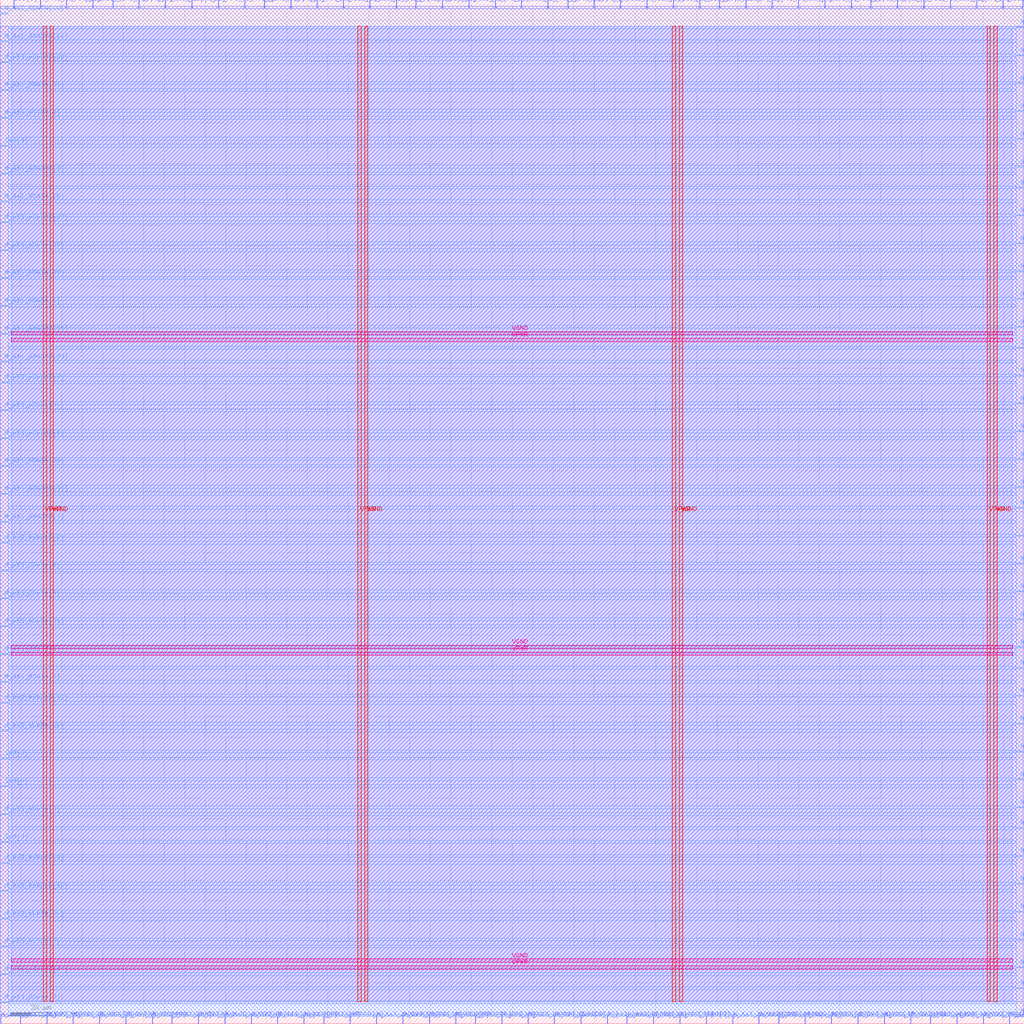
<source format=lef>
VERSION 5.7 ;
  NOWIREEXTENSIONATPIN ON ;
  DIVIDERCHAR "/" ;
  BUSBITCHARS "[]" ;
MACRO riscv_pipeline_top
  CLASS BLOCK ;
  FOREIGN riscv_pipeline_top ;
  ORIGIN 0.000 0.000 ;
  SIZE 500.000 BY 500.000 ;
  PIN M_AXI_ARADDR[0]
    DIRECTION OUTPUT TRISTATE ;
    USE SIGNAL ;
    PORT
      LAYER met2 ;
        RECT 180.410 496.000 180.690 500.000 ;
    END
  END M_AXI_ARADDR[0]
  PIN M_AXI_ARADDR[10]
    DIRECTION OUTPUT TRISTATE ;
    USE SIGNAL ;
    PORT
      LAYER met2 ;
        RECT 215.830 496.000 216.110 500.000 ;
    END
  END M_AXI_ARADDR[10]
  PIN M_AXI_ARADDR[11]
    DIRECTION OUTPUT TRISTATE ;
    USE SIGNAL ;
    PORT
      LAYER met2 ;
        RECT 122.450 0.000 122.730 4.000 ;
    END
  END M_AXI_ARADDR[11]
  PIN M_AXI_ARADDR[12]
    DIRECTION OUTPUT TRISTATE ;
    USE SIGNAL ;
    PORT
      LAYER met3 ;
        RECT 496.000 353.640 500.000 354.240 ;
    END
  END M_AXI_ARADDR[12]
  PIN M_AXI_ARADDR[13]
    DIRECTION OUTPUT TRISTATE ;
    USE SIGNAL ;
    PORT
      LAYER met2 ;
        RECT 444.450 0.000 444.730 4.000 ;
    END
  END M_AXI_ARADDR[13]
  PIN M_AXI_ARADDR[14]
    DIRECTION OUTPUT TRISTATE ;
    USE SIGNAL ;
    PORT
      LAYER met3 ;
        RECT 496.000 445.440 500.000 446.040 ;
    END
  END M_AXI_ARADDR[14]
  PIN M_AXI_ARADDR[15]
    DIRECTION OUTPUT TRISTATE ;
    USE SIGNAL ;
    PORT
      LAYER met2 ;
        RECT 380.050 0.000 380.330 4.000 ;
    END
  END M_AXI_ARADDR[15]
  PIN M_AXI_ARADDR[16]
    DIRECTION OUTPUT TRISTATE ;
    USE SIGNAL ;
    PORT
      LAYER met2 ;
        RECT 67.710 496.000 67.990 500.000 ;
    END
  END M_AXI_ARADDR[16]
  PIN M_AXI_ARADDR[17]
    DIRECTION OUTPUT TRISTATE ;
    USE SIGNAL ;
    PORT
      LAYER met2 ;
        RECT 302.770 496.000 303.050 500.000 ;
    END
  END M_AXI_ARADDR[17]
  PIN M_AXI_ARADDR[18]
    DIRECTION OUTPUT TRISTATE ;
    USE SIGNAL ;
    PORT
      LAYER met3 ;
        RECT 496.000 173.440 500.000 174.040 ;
    END
  END M_AXI_ARADDR[18]
  PIN M_AXI_ARADDR[19]
    DIRECTION OUTPUT TRISTATE ;
    USE SIGNAL ;
    PORT
      LAYER met3 ;
        RECT 496.000 418.240 500.000 418.840 ;
    END
  END M_AXI_ARADDR[19]
  PIN M_AXI_ARADDR[1]
    DIRECTION OUTPUT TRISTATE ;
    USE SIGNAL ;
    PORT
      LAYER met3 ;
        RECT 496.000 210.840 500.000 211.440 ;
    END
  END M_AXI_ARADDR[1]
  PIN M_AXI_ARADDR[20]
    DIRECTION OUTPUT TRISTATE ;
    USE SIGNAL ;
    PORT
      LAYER met3 ;
        RECT 496.000 261.840 500.000 262.440 ;
    END
  END M_AXI_ARADDR[20]
  PIN M_AXI_ARADDR[21]
    DIRECTION OUTPUT TRISTATE ;
    USE SIGNAL ;
    PORT
      LAYER met3 ;
        RECT 0.000 479.440 4.000 480.040 ;
    END
  END M_AXI_ARADDR[21]
  PIN M_AXI_ARADDR[22]
    DIRECTION OUTPUT TRISTATE ;
    USE SIGNAL ;
    PORT
      LAYER met3 ;
        RECT 496.000 340.040 500.000 340.640 ;
    END
  END M_AXI_ARADDR[22]
  PIN M_AXI_ARADDR[23]
    DIRECTION OUTPUT TRISTATE ;
    USE SIGNAL ;
    PORT
      LAYER met2 ;
        RECT 315.650 496.000 315.930 500.000 ;
    END
  END M_AXI_ARADDR[23]
  PIN M_AXI_ARADDR[24]
    DIRECTION OUTPUT TRISTATE ;
    USE SIGNAL ;
    PORT
      LAYER met2 ;
        RECT 328.530 496.000 328.810 500.000 ;
    END
  END M_AXI_ARADDR[24]
  PIN M_AXI_ARADDR[25]
    DIRECTION OUTPUT TRISTATE ;
    USE SIGNAL ;
    PORT
      LAYER met2 ;
        RECT 193.290 496.000 193.570 500.000 ;
    END
  END M_AXI_ARADDR[25]
  PIN M_AXI_ARADDR[26]
    DIRECTION OUTPUT TRISTATE ;
    USE SIGNAL ;
    PORT
      LAYER met2 ;
        RECT 370.390 0.000 370.670 4.000 ;
    END
  END M_AXI_ARADDR[26]
  PIN M_AXI_ARADDR[27]
    DIRECTION OUTPUT TRISTATE ;
    USE SIGNAL ;
    PORT
      LAYER met3 ;
        RECT 0.000 391.040 4.000 391.640 ;
    END
  END M_AXI_ARADDR[27]
  PIN M_AXI_ARADDR[28]
    DIRECTION OUTPUT TRISTATE ;
    USE SIGNAL ;
    PORT
      LAYER met3 ;
        RECT 0.000 469.240 4.000 469.840 ;
    END
  END M_AXI_ARADDR[28]
  PIN M_AXI_ARADDR[29]
    DIRECTION OUTPUT TRISTATE ;
    USE SIGNAL ;
    PORT
      LAYER met3 ;
        RECT 0.000 323.040 4.000 323.640 ;
    END
  END M_AXI_ARADDR[29]
  PIN M_AXI_ARADDR[2]
    DIRECTION OUTPUT TRISTATE ;
    USE SIGNAL ;
    PORT
      LAYER met3 ;
        RECT 0.000 414.840 4.000 415.440 ;
    END
  END M_AXI_ARADDR[2]
  PIN M_AXI_ARADDR[30]
    DIRECTION OUTPUT TRISTATE ;
    USE SIGNAL ;
    PORT
      LAYER met3 ;
        RECT 0.000 23.840 4.000 24.440 ;
    END
  END M_AXI_ARADDR[30]
  PIN M_AXI_ARADDR[31]
    DIRECTION OUTPUT TRISTATE ;
    USE SIGNAL ;
    PORT
      LAYER met3 ;
        RECT 0.000 258.440 4.000 259.040 ;
    END
  END M_AXI_ARADDR[31]
  PIN M_AXI_ARADDR[3]
    DIRECTION OUTPUT TRISTATE ;
    USE SIGNAL ;
    PORT
      LAYER met2 ;
        RECT 35.510 0.000 35.790 4.000 ;
    END
  END M_AXI_ARADDR[3]
  PIN M_AXI_ARADDR[4]
    DIRECTION OUTPUT TRISTATE ;
    USE SIGNAL ;
    PORT
      LAYER met3 ;
        RECT 0.000 285.640 4.000 286.240 ;
    END
  END M_AXI_ARADDR[4]
  PIN M_AXI_ARADDR[5]
    DIRECTION OUTPUT TRISTATE ;
    USE SIGNAL ;
    PORT
      LAYER met3 ;
        RECT 496.000 132.640 500.000 133.240 ;
    END
  END M_AXI_ARADDR[5]
  PIN M_AXI_ARADDR[6]
    DIRECTION OUTPUT TRISTATE ;
    USE SIGNAL ;
    PORT
      LAYER met2 ;
        RECT 209.390 0.000 209.670 4.000 ;
    END
  END M_AXI_ARADDR[6]
  PIN M_AXI_ARADDR[7]
    DIRECTION OUTPUT TRISTATE ;
    USE SIGNAL ;
    PORT
      LAYER met3 ;
        RECT 496.000 183.640 500.000 184.240 ;
    END
  END M_AXI_ARADDR[7]
  PIN M_AXI_ARADDR[8]
    DIRECTION OUTPUT TRISTATE ;
    USE SIGNAL ;
    PORT
      LAYER met3 ;
        RECT 496.000 105.440 500.000 106.040 ;
    END
  END M_AXI_ARADDR[8]
  PIN M_AXI_ARADDR[9]
    DIRECTION OUTPUT TRISTATE ;
    USE SIGNAL ;
    PORT
      LAYER met3 ;
        RECT 0.000 312.840 4.000 313.440 ;
    END
  END M_AXI_ARADDR[9]
  PIN M_AXI_ARREADY
    DIRECTION INPUT ;
    USE SIGNAL ;
    ANTENNAGATEAREA 0.159000 ;
    PORT
      LAYER met2 ;
        RECT 489.530 496.000 489.810 500.000 ;
    END
  END M_AXI_ARREADY
  PIN M_AXI_ARVALID
    DIRECTION OUTPUT TRISTATE ;
    USE SIGNAL ;
    PORT
      LAYER met3 ;
        RECT 0.000 299.240 4.000 299.840 ;
    END
  END M_AXI_ARVALID
  PIN M_AXI_AWADDR[0]
    DIRECTION OUTPUT TRISTATE ;
    USE SIGNAL ;
    PORT
      LAYER met3 ;
        RECT 496.000 367.240 500.000 367.840 ;
    END
  END M_AXI_AWADDR[0]
  PIN M_AXI_AWADDR[10]
    DIRECTION OUTPUT TRISTATE ;
    USE SIGNAL ;
    PORT
      LAYER met3 ;
        RECT 496.000 472.640 500.000 473.240 ;
    END
  END M_AXI_AWADDR[10]
  PIN M_AXI_AWADDR[11]
    DIRECTION OUTPUT TRISTATE ;
    USE SIGNAL ;
    PORT
      LAYER met3 ;
        RECT 496.000 302.640 500.000 303.240 ;
    END
  END M_AXI_AWADDR[11]
  PIN M_AXI_AWADDR[12]
    DIRECTION OUTPUT TRISTATE ;
    USE SIGNAL ;
    PORT
      LAYER met3 ;
        RECT 0.000 156.440 4.000 157.040 ;
    END
  END M_AXI_AWADDR[12]
  PIN M_AXI_AWADDR[13]
    DIRECTION OUTPUT TRISTATE ;
    USE SIGNAL ;
    PORT
      LAYER met2 ;
        RECT 392.930 0.000 393.210 4.000 ;
    END
  END M_AXI_AWADDR[13]
  PIN M_AXI_AWADDR[14]
    DIRECTION OUTPUT TRISTATE ;
    USE SIGNAL ;
    PORT
      LAYER met3 ;
        RECT 496.000 431.840 500.000 432.440 ;
    END
  END M_AXI_AWADDR[14]
  PIN M_AXI_AWADDR[15]
    DIRECTION OUTPUT TRISTATE ;
    USE SIGNAL ;
    PORT
      LAYER met2 ;
        RECT 479.870 0.000 480.150 4.000 ;
    END
  END M_AXI_AWADDR[15]
  PIN M_AXI_AWADDR[16]
    DIRECTION OUTPUT TRISTATE ;
    USE SIGNAL ;
    PORT
      LAYER met3 ;
        RECT 496.000 224.440 500.000 225.040 ;
    END
  END M_AXI_AWADDR[16]
  PIN M_AXI_AWADDR[17]
    DIRECTION OUTPUT TRISTATE ;
    USE SIGNAL ;
    PORT
      LAYER met2 ;
        RECT 270.570 0.000 270.850 4.000 ;
    END
  END M_AXI_AWADDR[17]
  PIN M_AXI_AWADDR[18]
    DIRECTION OUTPUT TRISTATE ;
    USE SIGNAL ;
    PORT
      LAYER met2 ;
        RECT 450.890 496.000 451.170 500.000 ;
    END
  END M_AXI_AWADDR[18]
  PIN M_AXI_AWADDR[19]
    DIRECTION OUTPUT TRISTATE ;
    USE SIGNAL ;
    PORT
      LAYER met3 ;
        RECT 0.000 64.640 4.000 65.240 ;
    END
  END M_AXI_AWADDR[19]
  PIN M_AXI_AWADDR[1]
    DIRECTION OUTPUT TRISTATE ;
    USE SIGNAL ;
    PORT
      LAYER met3 ;
        RECT 0.000 244.840 4.000 245.440 ;
    END
  END M_AXI_AWADDR[1]
  PIN M_AXI_AWADDR[20]
    DIRECTION OUTPUT TRISTATE ;
    USE SIGNAL ;
    PORT
      LAYER met2 ;
        RECT 183.630 0.000 183.910 4.000 ;
    END
  END M_AXI_AWADDR[20]
  PIN M_AXI_AWADDR[21]
    DIRECTION OUTPUT TRISTATE ;
    USE SIGNAL ;
    PORT
      LAYER met3 ;
        RECT 496.000 40.840 500.000 41.440 ;
    END
  END M_AXI_AWADDR[21]
  PIN M_AXI_AWADDR[22]
    DIRECTION OUTPUT TRISTATE ;
    USE SIGNAL ;
    PORT
      LAYER met2 ;
        RECT 499.190 496.000 499.470 500.000 ;
    END
  END M_AXI_AWADDR[22]
  PIN M_AXI_AWADDR[23]
    DIRECTION OUTPUT TRISTATE ;
    USE SIGNAL ;
    PORT
      LAYER met2 ;
        RECT 357.510 0.000 357.790 4.000 ;
    END
  END M_AXI_AWADDR[23]
  PIN M_AXI_AWADDR[24]
    DIRECTION OUTPUT TRISTATE ;
    USE SIGNAL ;
    PORT
      LAYER met2 ;
        RECT 241.590 496.000 241.870 500.000 ;
    END
  END M_AXI_AWADDR[24]
  PIN M_AXI_AWADDR[25]
    DIRECTION OUTPUT TRISTATE ;
    USE SIGNAL ;
    PORT
      LAYER met3 ;
        RECT 0.000 336.640 4.000 337.240 ;
    END
  END M_AXI_AWADDR[25]
  PIN M_AXI_AWADDR[26]
    DIRECTION OUTPUT TRISTATE ;
    USE SIGNAL ;
    PORT
      LAYER met2 ;
        RECT 351.070 496.000 351.350 500.000 ;
    END
  END M_AXI_AWADDR[26]
  PIN M_AXI_AWADDR[27]
    DIRECTION OUTPUT TRISTATE ;
    USE SIGNAL ;
    PORT
      LAYER met2 ;
        RECT 167.530 496.000 167.810 500.000 ;
    END
  END M_AXI_AWADDR[27]
  PIN M_AXI_AWADDR[28]
    DIRECTION OUTPUT TRISTATE ;
    USE SIGNAL ;
    PORT
      LAYER met2 ;
        RECT 296.330 0.000 296.610 4.000 ;
    END
  END M_AXI_AWADDR[28]
  PIN M_AXI_AWADDR[29]
    DIRECTION OUTPUT TRISTATE ;
    USE SIGNAL ;
    PORT
      LAYER met3 ;
        RECT 496.000 27.240 500.000 27.840 ;
    END
  END M_AXI_AWADDR[29]
  PIN M_AXI_AWADDR[2]
    DIRECTION OUTPUT TRISTATE ;
    USE SIGNAL ;
    PORT
      LAYER met3 ;
        RECT 496.000 95.240 500.000 95.840 ;
    END
  END M_AXI_AWADDR[2]
  PIN M_AXI_AWADDR[30]
    DIRECTION OUTPUT TRISTATE ;
    USE SIGNAL ;
    PORT
      LAYER met2 ;
        RECT 476.650 496.000 476.930 500.000 ;
    END
  END M_AXI_AWADDR[30]
  PIN M_AXI_AWADDR[31]
    DIRECTION OUTPUT TRISTATE ;
    USE SIGNAL ;
    PORT
      LAYER met2 ;
        RECT 154.650 496.000 154.930 500.000 ;
    END
  END M_AXI_AWADDR[31]
  PIN M_AXI_AWADDR[3]
    DIRECTION OUTPUT TRISTATE ;
    USE SIGNAL ;
    PORT
      LAYER met2 ;
        RECT 135.330 0.000 135.610 4.000 ;
    END
  END M_AXI_AWADDR[3]
  PIN M_AXI_AWADDR[4]
    DIRECTION OUTPUT TRISTATE ;
    USE SIGNAL ;
    PORT
      LAYER met3 ;
        RECT 0.000 78.240 4.000 78.840 ;
    END
  END M_AXI_AWADDR[4]
  PIN M_AXI_AWADDR[5]
    DIRECTION OUTPUT TRISTATE ;
    USE SIGNAL ;
    PORT
      LAYER met3 ;
        RECT 496.000 289.040 500.000 289.640 ;
    END
  END M_AXI_AWADDR[5]
  PIN M_AXI_AWADDR[6]
    DIRECTION OUTPUT TRISTATE ;
    USE SIGNAL ;
    PORT
      LAYER met2 ;
        RECT 157.870 0.000 158.150 4.000 ;
    END
  END M_AXI_AWADDR[6]
  PIN M_AXI_AWADDR[7]
    DIRECTION OUTPUT TRISTATE ;
    USE SIGNAL ;
    PORT
      LAYER met2 ;
        RECT 376.830 496.000 377.110 500.000 ;
    END
  END M_AXI_AWADDR[7]
  PIN M_AXI_AWADDR[8]
    DIRECTION OUTPUT TRISTATE ;
    USE SIGNAL ;
    PORT
      LAYER met3 ;
        RECT 496.000 380.840 500.000 381.440 ;
    END
  END M_AXI_AWADDR[8]
  PIN M_AXI_AWADDR[9]
    DIRECTION OUTPUT TRISTATE ;
    USE SIGNAL ;
    PORT
      LAYER met3 ;
        RECT 0.000 234.640 4.000 235.240 ;
    END
  END M_AXI_AWADDR[9]
  PIN M_AXI_AWREADY
    DIRECTION INPUT ;
    USE SIGNAL ;
    ANTENNAGATEAREA 0.213000 ;
    PORT
      LAYER met2 ;
        RECT 389.710 496.000 389.990 500.000 ;
    END
  END M_AXI_AWREADY
  PIN M_AXI_AWVALID
    DIRECTION OUTPUT TRISTATE ;
    USE SIGNAL ;
    PORT
      LAYER met3 ;
        RECT 496.000 54.440 500.000 55.040 ;
    END
  END M_AXI_AWVALID
  PIN M_AXI_BREADY
    DIRECTION OUTPUT TRISTATE ;
    USE SIGNAL ;
    ANTENNADIFFAREA 0.795200 ;
    PORT
      LAYER met2 ;
        RECT 32.290 496.000 32.570 500.000 ;
    END
  END M_AXI_BREADY
  PIN M_AXI_BRESP[0]
    DIRECTION INPUT ;
    USE SIGNAL ;
    PORT
      LAYER met2 ;
        RECT 222.270 0.000 222.550 4.000 ;
    END
  END M_AXI_BRESP[0]
  PIN M_AXI_BRESP[1]
    DIRECTION INPUT ;
    USE SIGNAL ;
    PORT
      LAYER met2 ;
        RECT 331.750 0.000 332.030 4.000 ;
    END
  END M_AXI_BRESP[1]
  PIN M_AXI_BVALID
    DIRECTION INPUT ;
    USE SIGNAL ;
    ANTENNAGATEAREA 0.159000 ;
    PORT
      LAYER met2 ;
        RECT 289.890 496.000 290.170 500.000 ;
    END
  END M_AXI_BVALID
  PIN M_AXI_RDATA[0]
    DIRECTION INPUT ;
    USE SIGNAL ;
    PORT
      LAYER met2 ;
        RECT 148.210 0.000 148.490 4.000 ;
    END
  END M_AXI_RDATA[0]
  PIN M_AXI_RDATA[10]
    DIRECTION INPUT ;
    USE SIGNAL ;
    PORT
      LAYER met3 ;
        RECT 0.000 493.040 4.000 493.640 ;
    END
  END M_AXI_RDATA[10]
  PIN M_AXI_RDATA[11]
    DIRECTION INPUT ;
    USE SIGNAL ;
    PORT
      LAYER met2 ;
        RECT 19.410 496.000 19.690 500.000 ;
    END
  END M_AXI_RDATA[11]
  PIN M_AXI_RDATA[12]
    DIRECTION INPUT ;
    USE SIGNAL ;
    PORT
      LAYER met2 ;
        RECT 454.110 0.000 454.390 4.000 ;
    END
  END M_AXI_RDATA[12]
  PIN M_AXI_RDATA[13]
    DIRECTION INPUT ;
    USE SIGNAL ;
    PORT
      LAYER met2 ;
        RECT 45.170 496.000 45.450 500.000 ;
    END
  END M_AXI_RDATA[13]
  PIN M_AXI_RDATA[14]
    DIRECTION INPUT ;
    USE SIGNAL ;
    PORT
      LAYER met2 ;
        RECT 141.770 496.000 142.050 500.000 ;
    END
  END M_AXI_RDATA[14]
  PIN M_AXI_RDATA[15]
    DIRECTION INPUT ;
    USE SIGNAL ;
    PORT
      LAYER met2 ;
        RECT 202.950 496.000 203.230 500.000 ;
    END
  END M_AXI_RDATA[15]
  PIN M_AXI_RDATA[16]
    DIRECTION INPUT ;
    USE SIGNAL ;
    PORT
      LAYER met2 ;
        RECT 431.570 0.000 431.850 4.000 ;
    END
  END M_AXI_RDATA[16]
  PIN M_AXI_RDATA[17]
    DIRECTION INPUT ;
    USE SIGNAL ;
    PORT
      LAYER met2 ;
        RECT 463.770 496.000 464.050 500.000 ;
    END
  END M_AXI_RDATA[17]
  PIN M_AXI_RDATA[18]
    DIRECTION INPUT ;
    USE SIGNAL ;
    PORT
      LAYER met3 ;
        RECT 496.000 197.240 500.000 197.840 ;
    END
  END M_AXI_RDATA[18]
  PIN M_AXI_RDATA[19]
    DIRECTION INPUT ;
    USE SIGNAL ;
    PORT
      LAYER met2 ;
        RECT 231.930 0.000 232.210 4.000 ;
    END
  END M_AXI_RDATA[19]
  PIN M_AXI_RDATA[1]
    DIRECTION INPUT ;
    USE SIGNAL ;
    PORT
      LAYER met3 ;
        RECT 0.000 166.640 4.000 167.240 ;
    END
  END M_AXI_RDATA[1]
  PIN M_AXI_RDATA[20]
    DIRECTION INPUT ;
    USE SIGNAL ;
    PORT
      LAYER met2 ;
        RECT 341.410 496.000 341.690 500.000 ;
    END
  END M_AXI_RDATA[20]
  PIN M_AXI_RDATA[21]
    DIRECTION INPUT ;
    USE SIGNAL ;
    PORT
      LAYER met2 ;
        RECT 318.870 0.000 319.150 4.000 ;
    END
  END M_AXI_RDATA[21]
  PIN M_AXI_RDATA[22]
    DIRECTION INPUT ;
    USE SIGNAL ;
    PORT
      LAYER met2 ;
        RECT 80.590 496.000 80.870 500.000 ;
    END
  END M_AXI_RDATA[22]
  PIN M_AXI_RDATA[23]
    DIRECTION INPUT ;
    USE SIGNAL ;
    PORT
      LAYER met3 ;
        RECT 496.000 394.440 500.000 395.040 ;
    END
  END M_AXI_RDATA[23]
  PIN M_AXI_RDATA[24]
    DIRECTION INPUT ;
    USE SIGNAL ;
    PORT
      LAYER met2 ;
        RECT 128.890 496.000 129.170 500.000 ;
    END
  END M_AXI_RDATA[24]
  PIN M_AXI_RDATA[25]
    DIRECTION INPUT ;
    USE SIGNAL ;
    PORT
      LAYER met2 ;
        RECT 415.470 496.000 415.750 500.000 ;
    END
  END M_AXI_RDATA[25]
  PIN M_AXI_RDATA[26]
    DIRECTION INPUT ;
    USE SIGNAL ;
    PORT
      LAYER met2 ;
        RECT 267.350 496.000 267.630 500.000 ;
    END
  END M_AXI_RDATA[26]
  PIN M_AXI_RDATA[27]
    DIRECTION INPUT ;
    USE SIGNAL ;
    PORT
      LAYER met2 ;
        RECT 402.590 496.000 402.870 500.000 ;
    END
  END M_AXI_RDATA[27]
  PIN M_AXI_RDATA[28]
    DIRECTION INPUT ;
    USE SIGNAL ;
    PORT
      LAYER met2 ;
        RECT 9.750 0.000 10.030 4.000 ;
    END
  END M_AXI_RDATA[28]
  PIN M_AXI_RDATA[29]
    DIRECTION INPUT ;
    USE SIGNAL ;
    PORT
      LAYER met2 ;
        RECT 74.150 0.000 74.430 4.000 ;
    END
  END M_AXI_RDATA[29]
  PIN M_AXI_RDATA[2]
    DIRECTION INPUT ;
    USE SIGNAL ;
    PORT
      LAYER met3 ;
        RECT 496.000 17.040 500.000 17.640 ;
    END
  END M_AXI_RDATA[2]
  PIN M_AXI_RDATA[30]
    DIRECTION INPUT ;
    USE SIGNAL ;
    PORT
      LAYER met2 ;
        RECT 54.830 496.000 55.110 500.000 ;
    END
  END M_AXI_RDATA[30]
  PIN M_AXI_RDATA[31]
    DIRECTION INPUT ;
    USE SIGNAL ;
    PORT
      LAYER met3 ;
        RECT 0.000 455.640 4.000 456.240 ;
    END
  END M_AXI_RDATA[31]
  PIN M_AXI_RDATA[3]
    DIRECTION INPUT ;
    USE SIGNAL ;
    PORT
      LAYER met3 ;
        RECT 0.000 10.240 4.000 10.840 ;
    END
  END M_AXI_RDATA[3]
  PIN M_AXI_RDATA[4]
    DIRECTION INPUT ;
    USE SIGNAL ;
    PORT
      LAYER met3 ;
        RECT 0.000 221.040 4.000 221.640 ;
    END
  END M_AXI_RDATA[4]
  PIN M_AXI_RDATA[5]
    DIRECTION INPUT ;
    USE SIGNAL ;
    PORT
      LAYER met2 ;
        RECT 48.390 0.000 48.670 4.000 ;
    END
  END M_AXI_RDATA[5]
  PIN M_AXI_RDATA[6]
    DIRECTION INPUT ;
    USE SIGNAL ;
    PORT
      LAYER met3 ;
        RECT 0.000 207.440 4.000 208.040 ;
    END
  END M_AXI_RDATA[6]
  PIN M_AXI_RDATA[7]
    DIRECTION INPUT ;
    USE SIGNAL ;
    PORT
      LAYER met3 ;
        RECT 496.000 251.640 500.000 252.240 ;
    END
  END M_AXI_RDATA[7]
  PIN M_AXI_RDATA[8]
    DIRECTION INPUT ;
    USE SIGNAL ;
    PORT
      LAYER met2 ;
        RECT 228.710 496.000 228.990 500.000 ;
    END
  END M_AXI_RDATA[8]
  PIN M_AXI_RDATA[9]
    DIRECTION INPUT ;
    USE SIGNAL ;
    PORT
      LAYER met3 ;
        RECT 496.000 159.840 500.000 160.440 ;
    END
  END M_AXI_RDATA[9]
  PIN M_AXI_RREADY
    DIRECTION OUTPUT TRISTATE ;
    USE SIGNAL ;
    ANTENNADIFFAREA 0.795200 ;
    PORT
      LAYER met2 ;
        RECT 492.750 0.000 493.030 4.000 ;
    END
  END M_AXI_RREADY
  PIN M_AXI_RRESP[0]
    DIRECTION INPUT ;
    USE SIGNAL ;
    PORT
      LAYER met2 ;
        RECT 257.690 0.000 257.970 4.000 ;
    END
  END M_AXI_RRESP[0]
  PIN M_AXI_RRESP[1]
    DIRECTION INPUT ;
    USE SIGNAL ;
    PORT
      LAYER met3 ;
        RECT 0.000 180.240 4.000 180.840 ;
    END
  END M_AXI_RRESP[1]
  PIN M_AXI_RVALID
    DIRECTION INPUT ;
    USE SIGNAL ;
    ANTENNAGATEAREA 0.213000 ;
    PORT
      LAYER met2 ;
        RECT 438.010 496.000 438.290 500.000 ;
    END
  END M_AXI_RVALID
  PIN M_AXI_WDATA[0]
    DIRECTION OUTPUT TRISTATE ;
    USE SIGNAL ;
    PORT
      LAYER met2 ;
        RECT 109.570 0.000 109.850 4.000 ;
    END
  END M_AXI_WDATA[0]
  PIN M_AXI_WDATA[10]
    DIRECTION OUTPUT TRISTATE ;
    USE SIGNAL ;
    PORT
      LAYER met3 ;
        RECT 496.000 119.040 500.000 119.640 ;
    END
  END M_AXI_WDATA[10]
  PIN M_AXI_WDATA[11]
    DIRECTION OUTPUT TRISTATE ;
    USE SIGNAL ;
    PORT
      LAYER met2 ;
        RECT 305.990 0.000 306.270 4.000 ;
    END
  END M_AXI_WDATA[11]
  PIN M_AXI_WDATA[12]
    DIRECTION OUTPUT TRISTATE ;
    USE SIGNAL ;
    PORT
      LAYER met3 ;
        RECT 496.000 3.440 500.000 4.040 ;
    END
  END M_AXI_WDATA[12]
  PIN M_AXI_WDATA[13]
    DIRECTION OUTPUT TRISTATE ;
    USE SIGNAL ;
    PORT
      LAYER met2 ;
        RECT 119.230 496.000 119.510 500.000 ;
    END
  END M_AXI_WDATA[13]
  PIN M_AXI_WDATA[14]
    DIRECTION OUTPUT TRISTATE ;
    USE SIGNAL ;
    PORT
      LAYER met2 ;
        RECT 405.810 0.000 406.090 4.000 ;
    END
  END M_AXI_WDATA[14]
  PIN M_AXI_WDATA[15]
    DIRECTION OUTPUT TRISTATE ;
    USE SIGNAL ;
    PORT
      LAYER met2 ;
        RECT 61.270 0.000 61.550 4.000 ;
    END
  END M_AXI_WDATA[15]
  PIN M_AXI_WDATA[16]
    DIRECTION OUTPUT TRISTATE ;
    USE SIGNAL ;
    PORT
      LAYER met2 ;
        RECT 196.510 0.000 196.790 4.000 ;
    END
  END M_AXI_WDATA[16]
  PIN M_AXI_WDATA[17]
    DIRECTION OUTPUT TRISTATE ;
    USE SIGNAL ;
    PORT
      LAYER met3 ;
        RECT 496.000 68.040 500.000 68.640 ;
    END
  END M_AXI_WDATA[17]
  PIN M_AXI_WDATA[18]
    DIRECTION OUTPUT TRISTATE ;
    USE SIGNAL ;
    PORT
      LAYER met3 ;
        RECT 496.000 408.040 500.000 408.640 ;
    END
  END M_AXI_WDATA[18]
  PIN M_AXI_WDATA[19]
    DIRECTION OUTPUT TRISTATE ;
    USE SIGNAL ;
    PORT
      LAYER met3 ;
        RECT 496.000 275.440 500.000 276.040 ;
    END
  END M_AXI_WDATA[19]
  PIN M_AXI_WDATA[1]
    DIRECTION OUTPUT TRISTATE ;
    USE SIGNAL ;
    PORT
      LAYER met2 ;
        RECT 418.690 0.000 418.970 4.000 ;
    END
  END M_AXI_WDATA[1]
  PIN M_AXI_WDATA[20]
    DIRECTION OUTPUT TRISTATE ;
    USE SIGNAL ;
    PORT
      LAYER met3 ;
        RECT 0.000 272.040 4.000 272.640 ;
    END
  END M_AXI_WDATA[20]
  PIN M_AXI_WDATA[21]
    DIRECTION OUTPUT TRISTATE ;
    USE SIGNAL ;
    PORT
      LAYER met3 ;
        RECT 496.000 146.240 500.000 146.840 ;
    END
  END M_AXI_WDATA[21]
  PIN M_AXI_WDATA[22]
    DIRECTION OUTPUT TRISTATE ;
    USE SIGNAL ;
    PORT
      LAYER met3 ;
        RECT 0.000 363.840 4.000 364.440 ;
    END
  END M_AXI_WDATA[22]
  PIN M_AXI_WDATA[23]
    DIRECTION OUTPUT TRISTATE ;
    USE SIGNAL ;
    PORT
      LAYER met3 ;
        RECT 496.000 316.240 500.000 316.840 ;
    END
  END M_AXI_WDATA[23]
  PIN M_AXI_WDATA[24]
    DIRECTION OUTPUT TRISTATE ;
    USE SIGNAL ;
    PORT
      LAYER met3 ;
        RECT 496.000 459.040 500.000 459.640 ;
    END
  END M_AXI_WDATA[24]
  PIN M_AXI_WDATA[25]
    DIRECTION OUTPUT TRISTATE ;
    USE SIGNAL ;
    PORT
      LAYER met2 ;
        RECT 466.990 0.000 467.270 4.000 ;
    END
  END M_AXI_WDATA[25]
  PIN M_AXI_WDATA[26]
    DIRECTION OUTPUT TRISTATE ;
    USE SIGNAL ;
    PORT
      LAYER met3 ;
        RECT 496.000 486.240 500.000 486.840 ;
    END
  END M_AXI_WDATA[26]
  PIN M_AXI_WDATA[27]
    DIRECTION OUTPUT TRISTATE ;
    USE SIGNAL ;
    PORT
      LAYER met3 ;
        RECT 0.000 377.440 4.000 378.040 ;
    END
  END M_AXI_WDATA[27]
  PIN M_AXI_WDATA[28]
    DIRECTION OUTPUT TRISTATE ;
    USE SIGNAL ;
    PORT
      LAYER met3 ;
        RECT 0.000 401.240 4.000 401.840 ;
    END
  END M_AXI_WDATA[28]
  PIN M_AXI_WDATA[29]
    DIRECTION OUTPUT TRISTATE ;
    USE SIGNAL ;
    PORT
      LAYER met3 ;
        RECT 0.000 142.840 4.000 143.440 ;
    END
  END M_AXI_WDATA[29]
  PIN M_AXI_WDATA[2]
    DIRECTION OUTPUT TRISTATE ;
    USE SIGNAL ;
    PORT
      LAYER met2 ;
        RECT 0.090 0.000 0.370 4.000 ;
    END
  END M_AXI_WDATA[2]
  PIN M_AXI_WDATA[30]
    DIRECTION OUTPUT TRISTATE ;
    USE SIGNAL ;
    PORT
      LAYER met3 ;
        RECT 0.000 51.040 4.000 51.640 ;
    END
  END M_AXI_WDATA[30]
  PIN M_AXI_WDATA[31]
    DIRECTION OUTPUT TRISTATE ;
    USE SIGNAL ;
    PORT
      LAYER met3 ;
        RECT 0.000 193.840 4.000 194.440 ;
    END
  END M_AXI_WDATA[31]
  PIN M_AXI_WDATA[3]
    DIRECTION OUTPUT TRISTATE ;
    USE SIGNAL ;
    PORT
      LAYER met2 ;
        RECT 106.350 496.000 106.630 500.000 ;
    END
  END M_AXI_WDATA[3]
  PIN M_AXI_WDATA[4]
    DIRECTION OUTPUT TRISTATE ;
    USE SIGNAL ;
    PORT
      LAYER met2 ;
        RECT 277.010 496.000 277.290 500.000 ;
    END
  END M_AXI_WDATA[4]
  PIN M_AXI_WDATA[5]
    DIRECTION OUTPUT TRISTATE ;
    USE SIGNAL ;
    PORT
      LAYER met3 ;
        RECT 0.000 350.240 4.000 350.840 ;
    END
  END M_AXI_WDATA[5]
  PIN M_AXI_WDATA[6]
    DIRECTION OUTPUT TRISTATE ;
    USE SIGNAL ;
    PORT
      LAYER met2 ;
        RECT 83.810 0.000 84.090 4.000 ;
    END
  END M_AXI_WDATA[6]
  PIN M_AXI_WDATA[7]
    DIRECTION OUTPUT TRISTATE ;
    USE SIGNAL ;
    PORT
      LAYER met2 ;
        RECT 22.630 0.000 22.910 4.000 ;
    END
  END M_AXI_WDATA[7]
  PIN M_AXI_WDATA[8]
    DIRECTION OUTPUT TRISTATE ;
    USE SIGNAL ;
    PORT
      LAYER met3 ;
        RECT 0.000 102.040 4.000 102.640 ;
    END
  END M_AXI_WDATA[8]
  PIN M_AXI_WDATA[9]
    DIRECTION OUTPUT TRISTATE ;
    USE SIGNAL ;
    PORT
      LAYER met2 ;
        RECT 254.470 496.000 254.750 500.000 ;
    END
  END M_AXI_WDATA[9]
  PIN M_AXI_WREADY
    DIRECTION INPUT ;
    USE SIGNAL ;
    ANTENNAGATEAREA 0.213000 ;
    PORT
      LAYER met2 ;
        RECT 244.810 0.000 245.090 4.000 ;
    END
  END M_AXI_WREADY
  PIN M_AXI_WSTRB[0]
    DIRECTION OUTPUT TRISTATE ;
    USE SIGNAL ;
    PORT
      LAYER met2 ;
        RECT 425.130 496.000 425.410 500.000 ;
    END
  END M_AXI_WSTRB[0]
  PIN M_AXI_WSTRB[1]
    DIRECTION OUTPUT TRISTATE ;
    USE SIGNAL ;
    PORT
      LAYER met3 ;
        RECT 496.000 81.640 500.000 82.240 ;
    END
  END M_AXI_WSTRB[1]
  PIN M_AXI_WSTRB[2]
    DIRECTION OUTPUT TRISTATE ;
    USE SIGNAL ;
    PORT
      LAYER met3 ;
        RECT 0.000 442.040 4.000 442.640 ;
    END
  END M_AXI_WSTRB[2]
  PIN M_AXI_WSTRB[3]
    DIRECTION OUTPUT TRISTATE ;
    USE SIGNAL ;
    PORT
      LAYER met3 ;
        RECT 0.000 37.440 4.000 38.040 ;
    END
  END M_AXI_WSTRB[3]
  PIN M_AXI_WVALID
    DIRECTION OUTPUT TRISTATE ;
    USE SIGNAL ;
    ANTENNADIFFAREA 0.795200 ;
    PORT
      LAYER met2 ;
        RECT 96.690 0.000 96.970 4.000 ;
    END
  END M_AXI_WVALID
  PIN VGND
    DIRECTION INOUT ;
    USE GROUND ;
    PORT
      LAYER met4 ;
        RECT 24.340 10.640 25.940 487.120 ;
    END
    PORT
      LAYER met4 ;
        RECT 177.940 10.640 179.540 487.120 ;
    END
    PORT
      LAYER met4 ;
        RECT 331.540 10.640 333.140 487.120 ;
    END
    PORT
      LAYER met4 ;
        RECT 485.140 10.640 486.740 487.120 ;
    END
    PORT
      LAYER met5 ;
        RECT 5.280 30.030 494.280 31.630 ;
    END
    PORT
      LAYER met5 ;
        RECT 5.280 183.210 494.280 184.810 ;
    END
    PORT
      LAYER met5 ;
        RECT 5.280 336.390 494.280 337.990 ;
    END
  END VGND
  PIN VPWR
    DIRECTION INOUT ;
    USE POWER ;
    PORT
      LAYER met4 ;
        RECT 21.040 10.640 22.640 487.120 ;
    END
    PORT
      LAYER met4 ;
        RECT 174.640 10.640 176.240 487.120 ;
    END
    PORT
      LAYER met4 ;
        RECT 328.240 10.640 329.840 487.120 ;
    END
    PORT
      LAYER met4 ;
        RECT 481.840 10.640 483.440 487.120 ;
    END
    PORT
      LAYER met5 ;
        RECT 5.280 26.730 494.280 28.330 ;
    END
    PORT
      LAYER met5 ;
        RECT 5.280 179.910 494.280 181.510 ;
    END
    PORT
      LAYER met5 ;
        RECT 5.280 333.090 494.280 334.690 ;
    END
  END VPWR
  PIN clk
    DIRECTION INPUT ;
    USE SIGNAL ;
    ANTENNAGATEAREA 1.286700 ;
    ANTENNADIFFAREA 0.434700 ;
    PORT
      LAYER met2 ;
        RECT 170.750 0.000 171.030 4.000 ;
    END
  END clk
  PIN led[0]
    DIRECTION OUTPUT TRISTATE ;
    USE SIGNAL ;
    PORT
      LAYER met3 ;
        RECT 0.000 115.640 4.000 116.240 ;
    END
  END led[0]
  PIN led[1]
    DIRECTION OUTPUT TRISTATE ;
    USE SIGNAL ;
    PORT
      LAYER met3 ;
        RECT 496.000 329.840 500.000 330.440 ;
    END
  END led[1]
  PIN led[2]
    DIRECTION OUTPUT TRISTATE ;
    USE SIGNAL ;
    PORT
      LAYER met2 ;
        RECT 283.450 0.000 283.730 4.000 ;
    END
  END led[2]
  PIN led[3]
    DIRECTION OUTPUT TRISTATE ;
    USE SIGNAL ;
    PORT
      LAYER met3 ;
        RECT 0.000 88.440 4.000 89.040 ;
    END
  END led[3]
  PIN led[4]
    DIRECTION OUTPUT TRISTATE ;
    USE SIGNAL ;
    PORT
      LAYER met2 ;
        RECT 363.950 496.000 364.230 500.000 ;
    END
  END led[4]
  PIN led[5]
    DIRECTION OUTPUT TRISTATE ;
    USE SIGNAL ;
    PORT
      LAYER met2 ;
        RECT 6.530 496.000 6.810 500.000 ;
    END
  END led[5]
  PIN led[6]
    DIRECTION OUTPUT TRISTATE ;
    USE SIGNAL ;
    PORT
      LAYER met2 ;
        RECT 93.470 496.000 93.750 500.000 ;
    END
  END led[6]
  PIN led[7]
    DIRECTION OUTPUT TRISTATE ;
    USE SIGNAL ;
    PORT
      LAYER met2 ;
        RECT 344.630 0.000 344.910 4.000 ;
    END
  END led[7]
  PIN led[8]
    DIRECTION OUTPUT TRISTATE ;
    USE SIGNAL ;
    PORT
      LAYER met3 ;
        RECT 0.000 129.240 4.000 129.840 ;
    END
  END led[8]
  PIN led[9]
    DIRECTION OUTPUT TRISTATE ;
    USE SIGNAL ;
    PORT
      LAYER met3 ;
        RECT 0.000 428.440 4.000 429.040 ;
    END
  END led[9]
  PIN rst_n
    DIRECTION INPUT ;
    USE SIGNAL ;
    ANTENNAGATEAREA 0.213000 ;
    PORT
      LAYER met3 ;
        RECT 496.000 238.040 500.000 238.640 ;
    END
  END rst_n
  OBS
      LAYER li1 ;
        RECT 5.520 10.795 494.040 486.965 ;
      LAYER met1 ;
        RECT 0.070 10.640 499.490 487.120 ;
      LAYER met2 ;
        RECT 0.100 495.720 6.250 496.810 ;
        RECT 7.090 495.720 19.130 496.810 ;
        RECT 19.970 495.720 32.010 496.810 ;
        RECT 32.850 495.720 44.890 496.810 ;
        RECT 45.730 495.720 54.550 496.810 ;
        RECT 55.390 495.720 67.430 496.810 ;
        RECT 68.270 495.720 80.310 496.810 ;
        RECT 81.150 495.720 93.190 496.810 ;
        RECT 94.030 495.720 106.070 496.810 ;
        RECT 106.910 495.720 118.950 496.810 ;
        RECT 119.790 495.720 128.610 496.810 ;
        RECT 129.450 495.720 141.490 496.810 ;
        RECT 142.330 495.720 154.370 496.810 ;
        RECT 155.210 495.720 167.250 496.810 ;
        RECT 168.090 495.720 180.130 496.810 ;
        RECT 180.970 495.720 193.010 496.810 ;
        RECT 193.850 495.720 202.670 496.810 ;
        RECT 203.510 495.720 215.550 496.810 ;
        RECT 216.390 495.720 228.430 496.810 ;
        RECT 229.270 495.720 241.310 496.810 ;
        RECT 242.150 495.720 254.190 496.810 ;
        RECT 255.030 495.720 267.070 496.810 ;
        RECT 267.910 495.720 276.730 496.810 ;
        RECT 277.570 495.720 289.610 496.810 ;
        RECT 290.450 495.720 302.490 496.810 ;
        RECT 303.330 495.720 315.370 496.810 ;
        RECT 316.210 495.720 328.250 496.810 ;
        RECT 329.090 495.720 341.130 496.810 ;
        RECT 341.970 495.720 350.790 496.810 ;
        RECT 351.630 495.720 363.670 496.810 ;
        RECT 364.510 495.720 376.550 496.810 ;
        RECT 377.390 495.720 389.430 496.810 ;
        RECT 390.270 495.720 402.310 496.810 ;
        RECT 403.150 495.720 415.190 496.810 ;
        RECT 416.030 495.720 424.850 496.810 ;
        RECT 425.690 495.720 437.730 496.810 ;
        RECT 438.570 495.720 450.610 496.810 ;
        RECT 451.450 495.720 463.490 496.810 ;
        RECT 464.330 495.720 476.370 496.810 ;
        RECT 477.210 495.720 489.250 496.810 ;
        RECT 490.090 495.720 498.910 496.810 ;
        RECT 0.100 4.280 499.460 495.720 ;
        RECT 0.650 3.555 9.470 4.280 ;
        RECT 10.310 3.555 22.350 4.280 ;
        RECT 23.190 3.555 35.230 4.280 ;
        RECT 36.070 3.555 48.110 4.280 ;
        RECT 48.950 3.555 60.990 4.280 ;
        RECT 61.830 3.555 73.870 4.280 ;
        RECT 74.710 3.555 83.530 4.280 ;
        RECT 84.370 3.555 96.410 4.280 ;
        RECT 97.250 3.555 109.290 4.280 ;
        RECT 110.130 3.555 122.170 4.280 ;
        RECT 123.010 3.555 135.050 4.280 ;
        RECT 135.890 3.555 147.930 4.280 ;
        RECT 148.770 3.555 157.590 4.280 ;
        RECT 158.430 3.555 170.470 4.280 ;
        RECT 171.310 3.555 183.350 4.280 ;
        RECT 184.190 3.555 196.230 4.280 ;
        RECT 197.070 3.555 209.110 4.280 ;
        RECT 209.950 3.555 221.990 4.280 ;
        RECT 222.830 3.555 231.650 4.280 ;
        RECT 232.490 3.555 244.530 4.280 ;
        RECT 245.370 3.555 257.410 4.280 ;
        RECT 258.250 3.555 270.290 4.280 ;
        RECT 271.130 3.555 283.170 4.280 ;
        RECT 284.010 3.555 296.050 4.280 ;
        RECT 296.890 3.555 305.710 4.280 ;
        RECT 306.550 3.555 318.590 4.280 ;
        RECT 319.430 3.555 331.470 4.280 ;
        RECT 332.310 3.555 344.350 4.280 ;
        RECT 345.190 3.555 357.230 4.280 ;
        RECT 358.070 3.555 370.110 4.280 ;
        RECT 370.950 3.555 379.770 4.280 ;
        RECT 380.610 3.555 392.650 4.280 ;
        RECT 393.490 3.555 405.530 4.280 ;
        RECT 406.370 3.555 418.410 4.280 ;
        RECT 419.250 3.555 431.290 4.280 ;
        RECT 432.130 3.555 444.170 4.280 ;
        RECT 445.010 3.555 453.830 4.280 ;
        RECT 454.670 3.555 466.710 4.280 ;
        RECT 467.550 3.555 479.590 4.280 ;
        RECT 480.430 3.555 492.470 4.280 ;
        RECT 493.310 3.555 499.460 4.280 ;
      LAYER met3 ;
        RECT 3.990 485.840 495.600 487.045 ;
        RECT 3.990 480.440 496.000 485.840 ;
        RECT 4.400 479.040 496.000 480.440 ;
        RECT 3.990 473.640 496.000 479.040 ;
        RECT 3.990 472.240 495.600 473.640 ;
        RECT 3.990 470.240 496.000 472.240 ;
        RECT 4.400 468.840 496.000 470.240 ;
        RECT 3.990 460.040 496.000 468.840 ;
        RECT 3.990 458.640 495.600 460.040 ;
        RECT 3.990 456.640 496.000 458.640 ;
        RECT 4.400 455.240 496.000 456.640 ;
        RECT 3.990 446.440 496.000 455.240 ;
        RECT 3.990 445.040 495.600 446.440 ;
        RECT 3.990 443.040 496.000 445.040 ;
        RECT 4.400 441.640 496.000 443.040 ;
        RECT 3.990 432.840 496.000 441.640 ;
        RECT 3.990 431.440 495.600 432.840 ;
        RECT 3.990 429.440 496.000 431.440 ;
        RECT 4.400 428.040 496.000 429.440 ;
        RECT 3.990 419.240 496.000 428.040 ;
        RECT 3.990 417.840 495.600 419.240 ;
        RECT 3.990 415.840 496.000 417.840 ;
        RECT 4.400 414.440 496.000 415.840 ;
        RECT 3.990 409.040 496.000 414.440 ;
        RECT 3.990 407.640 495.600 409.040 ;
        RECT 3.990 402.240 496.000 407.640 ;
        RECT 4.400 400.840 496.000 402.240 ;
        RECT 3.990 395.440 496.000 400.840 ;
        RECT 3.990 394.040 495.600 395.440 ;
        RECT 3.990 392.040 496.000 394.040 ;
        RECT 4.400 390.640 496.000 392.040 ;
        RECT 3.990 381.840 496.000 390.640 ;
        RECT 3.990 380.440 495.600 381.840 ;
        RECT 3.990 378.440 496.000 380.440 ;
        RECT 4.400 377.040 496.000 378.440 ;
        RECT 3.990 368.240 496.000 377.040 ;
        RECT 3.990 366.840 495.600 368.240 ;
        RECT 3.990 364.840 496.000 366.840 ;
        RECT 4.400 363.440 496.000 364.840 ;
        RECT 3.990 354.640 496.000 363.440 ;
        RECT 3.990 353.240 495.600 354.640 ;
        RECT 3.990 351.240 496.000 353.240 ;
        RECT 4.400 349.840 496.000 351.240 ;
        RECT 3.990 341.040 496.000 349.840 ;
        RECT 3.990 339.640 495.600 341.040 ;
        RECT 3.990 337.640 496.000 339.640 ;
        RECT 4.400 336.240 496.000 337.640 ;
        RECT 3.990 330.840 496.000 336.240 ;
        RECT 3.990 329.440 495.600 330.840 ;
        RECT 3.990 324.040 496.000 329.440 ;
        RECT 4.400 322.640 496.000 324.040 ;
        RECT 3.990 317.240 496.000 322.640 ;
        RECT 3.990 315.840 495.600 317.240 ;
        RECT 3.990 313.840 496.000 315.840 ;
        RECT 4.400 312.440 496.000 313.840 ;
        RECT 3.990 303.640 496.000 312.440 ;
        RECT 3.990 302.240 495.600 303.640 ;
        RECT 3.990 300.240 496.000 302.240 ;
        RECT 4.400 298.840 496.000 300.240 ;
        RECT 3.990 290.040 496.000 298.840 ;
        RECT 3.990 288.640 495.600 290.040 ;
        RECT 3.990 286.640 496.000 288.640 ;
        RECT 4.400 285.240 496.000 286.640 ;
        RECT 3.990 276.440 496.000 285.240 ;
        RECT 3.990 275.040 495.600 276.440 ;
        RECT 3.990 273.040 496.000 275.040 ;
        RECT 4.400 271.640 496.000 273.040 ;
        RECT 3.990 262.840 496.000 271.640 ;
        RECT 3.990 261.440 495.600 262.840 ;
        RECT 3.990 259.440 496.000 261.440 ;
        RECT 4.400 258.040 496.000 259.440 ;
        RECT 3.990 252.640 496.000 258.040 ;
        RECT 3.990 251.240 495.600 252.640 ;
        RECT 3.990 245.840 496.000 251.240 ;
        RECT 4.400 244.440 496.000 245.840 ;
        RECT 3.990 239.040 496.000 244.440 ;
        RECT 3.990 237.640 495.600 239.040 ;
        RECT 3.990 235.640 496.000 237.640 ;
        RECT 4.400 234.240 496.000 235.640 ;
        RECT 3.990 225.440 496.000 234.240 ;
        RECT 3.990 224.040 495.600 225.440 ;
        RECT 3.990 222.040 496.000 224.040 ;
        RECT 4.400 220.640 496.000 222.040 ;
        RECT 3.990 211.840 496.000 220.640 ;
        RECT 3.990 210.440 495.600 211.840 ;
        RECT 3.990 208.440 496.000 210.440 ;
        RECT 4.400 207.040 496.000 208.440 ;
        RECT 3.990 198.240 496.000 207.040 ;
        RECT 3.990 196.840 495.600 198.240 ;
        RECT 3.990 194.840 496.000 196.840 ;
        RECT 4.400 193.440 496.000 194.840 ;
        RECT 3.990 184.640 496.000 193.440 ;
        RECT 3.990 183.240 495.600 184.640 ;
        RECT 3.990 181.240 496.000 183.240 ;
        RECT 4.400 179.840 496.000 181.240 ;
        RECT 3.990 174.440 496.000 179.840 ;
        RECT 3.990 173.040 495.600 174.440 ;
        RECT 3.990 167.640 496.000 173.040 ;
        RECT 4.400 166.240 496.000 167.640 ;
        RECT 3.990 160.840 496.000 166.240 ;
        RECT 3.990 159.440 495.600 160.840 ;
        RECT 3.990 157.440 496.000 159.440 ;
        RECT 4.400 156.040 496.000 157.440 ;
        RECT 3.990 147.240 496.000 156.040 ;
        RECT 3.990 145.840 495.600 147.240 ;
        RECT 3.990 143.840 496.000 145.840 ;
        RECT 4.400 142.440 496.000 143.840 ;
        RECT 3.990 133.640 496.000 142.440 ;
        RECT 3.990 132.240 495.600 133.640 ;
        RECT 3.990 130.240 496.000 132.240 ;
        RECT 4.400 128.840 496.000 130.240 ;
        RECT 3.990 120.040 496.000 128.840 ;
        RECT 3.990 118.640 495.600 120.040 ;
        RECT 3.990 116.640 496.000 118.640 ;
        RECT 4.400 115.240 496.000 116.640 ;
        RECT 3.990 106.440 496.000 115.240 ;
        RECT 3.990 105.040 495.600 106.440 ;
        RECT 3.990 103.040 496.000 105.040 ;
        RECT 4.400 101.640 496.000 103.040 ;
        RECT 3.990 96.240 496.000 101.640 ;
        RECT 3.990 94.840 495.600 96.240 ;
        RECT 3.990 89.440 496.000 94.840 ;
        RECT 4.400 88.040 496.000 89.440 ;
        RECT 3.990 82.640 496.000 88.040 ;
        RECT 3.990 81.240 495.600 82.640 ;
        RECT 3.990 79.240 496.000 81.240 ;
        RECT 4.400 77.840 496.000 79.240 ;
        RECT 3.990 69.040 496.000 77.840 ;
        RECT 3.990 67.640 495.600 69.040 ;
        RECT 3.990 65.640 496.000 67.640 ;
        RECT 4.400 64.240 496.000 65.640 ;
        RECT 3.990 55.440 496.000 64.240 ;
        RECT 3.990 54.040 495.600 55.440 ;
        RECT 3.990 52.040 496.000 54.040 ;
        RECT 4.400 50.640 496.000 52.040 ;
        RECT 3.990 41.840 496.000 50.640 ;
        RECT 3.990 40.440 495.600 41.840 ;
        RECT 3.990 38.440 496.000 40.440 ;
        RECT 4.400 37.040 496.000 38.440 ;
        RECT 3.990 28.240 496.000 37.040 ;
        RECT 3.990 26.840 495.600 28.240 ;
        RECT 3.990 24.840 496.000 26.840 ;
        RECT 4.400 23.440 496.000 24.840 ;
        RECT 3.990 18.040 496.000 23.440 ;
        RECT 3.990 16.640 495.600 18.040 ;
        RECT 3.990 11.240 496.000 16.640 ;
        RECT 4.400 9.840 496.000 11.240 ;
        RECT 3.990 4.440 496.000 9.840 ;
        RECT 3.990 3.575 495.600 4.440 ;
  END
END riscv_pipeline_top
END LIBRARY


</source>
